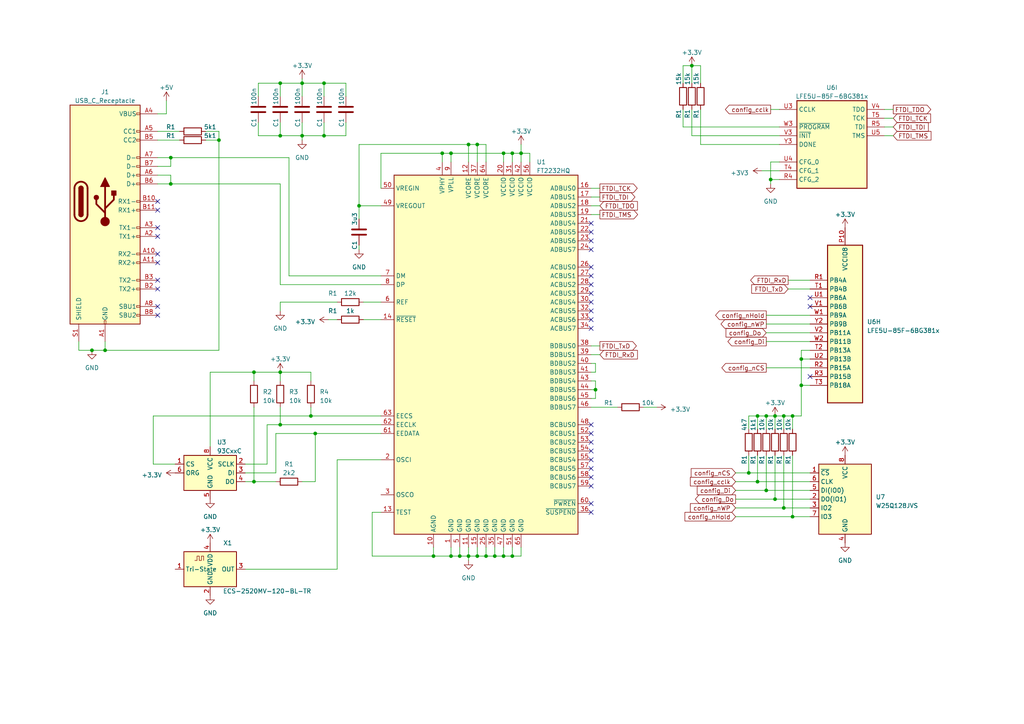
<source format=kicad_sch>
(kicad_sch (version 20230121) (generator eeschema)
  (paper "A4")
  (junction (at 172.72 113.03))
  (junction (at 146.05 44.45))
  (junction (at 73.66 139.7))
  (junction (at 146.05 161.29))
  (junction (at 138.43 161.29))
  (junction (at 104.14 59.69))
  (junction (at 49.53 45.72))
  (junction (at 224.79 144.78))
  (junction (at 81.28 107.95))
  (junction (at 229.87 120.65))
  (junction (at 222.25 120.65))
  (junction (at 81.28 39.37))
  (junction (at 133.35 161.29))
  (junction (at 219.71 120.65))
  (junction (at 232.41 111.76))
  (junction (at 200.66 19.05))
  (junction (at 219.71 139.7))
  (junction (at 227.33 147.32))
  (junction (at 130.81 44.45))
  (junction (at 30.48 101.6))
  (junction (at 93.98 39.37))
  (junction (at 222.25 142.24))
  (junction (at 81.28 24.13))
  (junction (at 148.59 161.29))
  (junction (at 128.27 44.45))
  (junction (at 90.17 120.65))
  (junction (at 143.51 161.29))
  (junction (at 73.66 107.95))
  (junction (at 135.89 161.29))
  (junction (at 217.17 137.16))
  (junction (at 87.63 39.37))
  (junction (at 87.63 24.13))
  (junction (at 93.98 24.13))
  (junction (at 151.13 44.45))
  (junction (at 125.73 161.29))
  (junction (at 229.87 149.86))
  (junction (at 49.53 53.34))
  (junction (at 135.89 41.91))
  (junction (at 232.41 104.14))
  (junction (at 223.52 52.07))
  (junction (at 138.43 41.91))
  (junction (at 227.33 120.65))
  (junction (at 148.59 44.45))
  (junction (at 81.28 123.19))
  (junction (at 224.79 120.65))
  (junction (at 130.81 161.29))
  (junction (at 26.67 101.6))
  (junction (at 63.5 40.64))
  (junction (at 91.44 125.73))
  (junction (at 140.97 161.29))
  (no_connect (at 45.72 91.44))
  (no_connect (at 171.45 130.81))
  (no_connect (at 171.45 92.71))
  (no_connect (at 171.45 87.63))
  (no_connect (at 171.45 95.25))
  (no_connect (at 171.45 67.31))
  (no_connect (at 171.45 135.89))
  (no_connect (at 171.45 128.27))
  (no_connect (at 45.72 73.66))
  (no_connect (at 171.45 69.85))
  (no_connect (at 45.72 66.04))
  (no_connect (at 45.72 88.9))
  (no_connect (at 234.95 86.36))
  (no_connect (at 234.95 88.9))
  (no_connect (at 171.45 90.17))
  (no_connect (at 171.45 125.73))
  (no_connect (at 171.45 138.43))
  (no_connect (at 45.72 58.42))
  (no_connect (at 45.72 60.96))
  (no_connect (at 45.72 76.2))
  (no_connect (at 171.45 64.77))
  (no_connect (at 171.45 146.05))
  (no_connect (at 171.45 148.59))
  (no_connect (at 171.45 140.97))
  (no_connect (at 171.45 80.01))
  (no_connect (at 45.72 83.82))
  (no_connect (at 171.45 82.55))
  (no_connect (at 45.72 68.58))
  (no_connect (at 171.45 133.35))
  (no_connect (at 234.95 109.22))
  (no_connect (at 45.72 81.28))
  (no_connect (at 171.45 72.39))
  (no_connect (at 171.45 77.47))
  (no_connect (at 171.45 123.19))
  (no_connect (at 171.45 85.09))
  (wire (pts (xy 128.27 46.99) (xy 128.27 44.45)))
  (wire (pts (xy 130.81 158.75) (xy 130.81 161.29)))
  (wire (pts (xy 229.87 120.65) (xy 232.41 120.65)))
  (wire (pts (xy 97.79 87.63) (xy 81.28 87.63)))
  (wire (pts (xy 232.41 120.65) (xy 232.41 111.76)))
  (wire (pts (xy 100.33 24.13) (xy 100.33 27.94)))
  (wire (pts (xy 73.66 118.11) (xy 73.66 139.7)))
  (wire (pts (xy 146.05 46.99) (xy 146.05 44.45)))
  (wire (pts (xy 45.72 50.8) (xy 49.53 50.8)))
  (wire (pts (xy 143.51 161.29) (xy 146.05 161.29)))
  (wire (pts (xy 71.12 165.1) (xy 97.79 165.1)))
  (wire (pts (xy 93.98 39.37) (xy 100.33 39.37)))
  (wire (pts (xy 104.14 59.69) (xy 104.14 63.5)))
  (wire (pts (xy 227.33 120.65) (xy 229.87 120.65)))
  (wire (pts (xy 110.49 59.69) (xy 104.14 59.69)))
  (wire (pts (xy 198.12 24.13) (xy 198.12 19.05)))
  (wire (pts (xy 100.33 35.56) (xy 100.33 39.37)))
  (wire (pts (xy 151.13 44.45) (xy 151.13 46.99)))
  (wire (pts (xy 198.12 31.75) (xy 198.12 36.83)))
  (wire (pts (xy 87.63 24.13) (xy 93.98 24.13)))
  (wire (pts (xy 171.45 57.15) (xy 173.99 57.15)))
  (wire (pts (xy 226.06 39.37) (xy 200.66 39.37)))
  (wire (pts (xy 148.59 161.29) (xy 151.13 161.29)))
  (wire (pts (xy 222.25 120.65) (xy 222.25 124.46)))
  (wire (pts (xy 74.93 27.94) (xy 74.93 24.13)))
  (wire (pts (xy 133.35 161.29) (xy 135.89 161.29)))
  (wire (pts (xy 81.28 123.19) (xy 77.47 123.19)))
  (wire (pts (xy 63.5 38.1) (xy 63.5 40.64)))
  (wire (pts (xy 130.81 44.45) (xy 146.05 44.45)))
  (wire (pts (xy 45.72 38.1) (xy 52.07 38.1)))
  (wire (pts (xy 45.72 45.72) (xy 49.53 45.72)))
  (wire (pts (xy 171.45 62.23) (xy 173.99 62.23)))
  (wire (pts (xy 49.53 53.34) (xy 81.28 53.34)))
  (wire (pts (xy 104.14 59.69) (xy 104.14 41.91)))
  (wire (pts (xy 87.63 22.86) (xy 87.63 24.13)))
  (wire (pts (xy 171.45 54.61) (xy 173.99 54.61)))
  (wire (pts (xy 63.5 101.6) (xy 30.48 101.6)))
  (wire (pts (xy 146.05 44.45) (xy 148.59 44.45)))
  (wire (pts (xy 93.98 24.13) (xy 100.33 24.13)))
  (wire (pts (xy 229.87 132.08) (xy 229.87 149.86)))
  (wire (pts (xy 148.59 158.75) (xy 148.59 161.29)))
  (wire (pts (xy 125.73 161.29) (xy 130.81 161.29)))
  (wire (pts (xy 203.2 19.05) (xy 203.2 24.13)))
  (wire (pts (xy 223.52 46.99) (xy 223.52 52.07)))
  (wire (pts (xy 148.59 44.45) (xy 151.13 44.45)))
  (wire (pts (xy 200.66 19.05) (xy 200.66 24.13)))
  (wire (pts (xy 234.95 101.6) (xy 232.41 101.6)))
  (wire (pts (xy 81.28 24.13) (xy 81.28 27.94)))
  (wire (pts (xy 213.36 142.24) (xy 222.25 142.24)))
  (wire (pts (xy 73.66 107.95) (xy 81.28 107.95)))
  (wire (pts (xy 138.43 46.99) (xy 138.43 41.91)))
  (wire (pts (xy 110.49 120.65) (xy 90.17 120.65)))
  (wire (pts (xy 256.54 31.75) (xy 259.08 31.75)))
  (wire (pts (xy 80.01 125.73) (xy 91.44 125.73)))
  (wire (pts (xy 171.45 110.49) (xy 172.72 110.49)))
  (wire (pts (xy 200.66 19.05) (xy 203.2 19.05)))
  (wire (pts (xy 138.43 161.29) (xy 140.97 161.29)))
  (wire (pts (xy 30.48 99.06) (xy 30.48 101.6)))
  (wire (pts (xy 213.36 149.86) (xy 229.87 149.86)))
  (wire (pts (xy 213.36 147.32) (xy 227.33 147.32)))
  (wire (pts (xy 93.98 24.13) (xy 93.98 27.94)))
  (wire (pts (xy 213.36 137.16) (xy 217.17 137.16)))
  (wire (pts (xy 22.86 99.06) (xy 22.86 101.6)))
  (wire (pts (xy 93.98 35.56) (xy 93.98 39.37)))
  (wire (pts (xy 217.17 124.46) (xy 217.17 120.65)))
  (wire (pts (xy 222.25 132.08) (xy 222.25 142.24)))
  (wire (pts (xy 130.81 44.45) (xy 130.81 46.99)))
  (wire (pts (xy 128.27 44.45) (xy 130.81 44.45)))
  (wire (pts (xy 223.52 31.75) (xy 226.06 31.75)))
  (wire (pts (xy 256.54 36.83) (xy 259.08 36.83)))
  (wire (pts (xy 232.41 111.76) (xy 234.95 111.76)))
  (wire (pts (xy 110.49 123.19) (xy 81.28 123.19)))
  (wire (pts (xy 63.5 40.64) (xy 63.5 101.6)))
  (wire (pts (xy 226.06 46.99) (xy 223.52 46.99)))
  (wire (pts (xy 73.66 139.7) (xy 80.01 139.7)))
  (wire (pts (xy 44.45 120.65) (xy 44.45 134.62)))
  (wire (pts (xy 224.79 120.65) (xy 224.79 124.46)))
  (wire (pts (xy 90.17 107.95) (xy 90.17 110.49)))
  (wire (pts (xy 135.89 158.75) (xy 135.89 161.29)))
  (wire (pts (xy 171.45 102.87) (xy 173.99 102.87)))
  (wire (pts (xy 171.45 100.33) (xy 173.99 100.33)))
  (wire (pts (xy 81.28 87.63) (xy 81.28 90.17)))
  (wire (pts (xy 203.2 41.91) (xy 226.06 41.91)))
  (wire (pts (xy 217.17 120.65) (xy 219.71 120.65)))
  (wire (pts (xy 227.33 120.65) (xy 227.33 124.46)))
  (wire (pts (xy 229.87 120.65) (xy 229.87 124.46)))
  (wire (pts (xy 87.63 139.7) (xy 91.44 139.7)))
  (wire (pts (xy 151.13 44.45) (xy 153.67 44.45)))
  (wire (pts (xy 80.01 137.16) (xy 80.01 125.73)))
  (wire (pts (xy 135.89 161.29) (xy 138.43 161.29)))
  (wire (pts (xy 110.49 54.61) (xy 110.49 44.45)))
  (wire (pts (xy 222.25 142.24) (xy 234.95 142.24)))
  (wire (pts (xy 171.45 105.41) (xy 172.72 105.41)))
  (wire (pts (xy 172.72 107.95) (xy 171.45 107.95)))
  (wire (pts (xy 219.71 120.65) (xy 222.25 120.65)))
  (wire (pts (xy 59.69 38.1) (xy 63.5 38.1)))
  (wire (pts (xy 217.17 132.08) (xy 217.17 137.16)))
  (wire (pts (xy 81.28 24.13) (xy 87.63 24.13)))
  (wire (pts (xy 104.14 71.12) (xy 104.14 72.39)))
  (wire (pts (xy 224.79 144.78) (xy 234.95 144.78)))
  (wire (pts (xy 81.28 118.11) (xy 81.28 123.19)))
  (wire (pts (xy 87.63 39.37) (xy 93.98 39.37)))
  (wire (pts (xy 110.49 148.59) (xy 107.95 148.59)))
  (wire (pts (xy 222.25 91.44) (xy 234.95 91.44)))
  (wire (pts (xy 71.12 137.16) (xy 80.01 137.16)))
  (wire (pts (xy 133.35 158.75) (xy 133.35 161.29)))
  (wire (pts (xy 224.79 120.65) (xy 227.33 120.65)))
  (wire (pts (xy 83.82 45.72) (xy 83.82 80.01)))
  (wire (pts (xy 172.72 105.41) (xy 172.72 107.95)))
  (wire (pts (xy 227.33 147.32) (xy 234.95 147.32)))
  (wire (pts (xy 130.81 161.29) (xy 133.35 161.29)))
  (wire (pts (xy 256.54 34.29) (xy 259.08 34.29)))
  (wire (pts (xy 59.69 40.64) (xy 63.5 40.64)))
  (wire (pts (xy 48.26 33.02) (xy 48.26 29.21)))
  (wire (pts (xy 138.43 41.91) (xy 135.89 41.91)))
  (wire (pts (xy 220.98 49.53) (xy 226.06 49.53)))
  (wire (pts (xy 26.67 101.6) (xy 30.48 101.6)))
  (wire (pts (xy 97.79 133.35) (xy 110.49 133.35)))
  (wire (pts (xy 172.72 110.49) (xy 172.72 113.03)))
  (wire (pts (xy 219.71 120.65) (xy 219.71 124.46)))
  (wire (pts (xy 97.79 165.1) (xy 97.79 133.35)))
  (wire (pts (xy 198.12 36.83) (xy 226.06 36.83)))
  (wire (pts (xy 146.05 158.75) (xy 146.05 161.29)))
  (wire (pts (xy 105.41 87.63) (xy 110.49 87.63)))
  (wire (pts (xy 105.41 92.71) (xy 110.49 92.71)))
  (wire (pts (xy 223.52 52.07) (xy 223.52 53.34)))
  (wire (pts (xy 198.12 19.05) (xy 200.66 19.05)))
  (wire (pts (xy 110.49 44.45) (xy 128.27 44.45)))
  (wire (pts (xy 219.71 132.08) (xy 219.71 139.7)))
  (wire (pts (xy 153.67 44.45) (xy 153.67 46.99)))
  (wire (pts (xy 203.2 31.75) (xy 203.2 41.91)))
  (wire (pts (xy 146.05 161.29) (xy 148.59 161.29)))
  (wire (pts (xy 74.93 24.13) (xy 81.28 24.13)))
  (wire (pts (xy 74.93 39.37) (xy 81.28 39.37)))
  (wire (pts (xy 73.66 110.49) (xy 73.66 107.95)))
  (wire (pts (xy 140.97 41.91) (xy 138.43 41.91)))
  (wire (pts (xy 172.72 113.03) (xy 172.72 115.57)))
  (wire (pts (xy 219.71 139.7) (xy 234.95 139.7)))
  (wire (pts (xy 81.28 35.56) (xy 81.28 39.37)))
  (wire (pts (xy 81.28 39.37) (xy 87.63 39.37)))
  (wire (pts (xy 87.63 24.13) (xy 87.63 27.94)))
  (wire (pts (xy 140.97 158.75) (xy 140.97 161.29)))
  (wire (pts (xy 232.41 104.14) (xy 234.95 104.14)))
  (wire (pts (xy 223.52 52.07) (xy 226.06 52.07)))
  (wire (pts (xy 44.45 134.62) (xy 50.8 134.62)))
  (wire (pts (xy 171.45 59.69) (xy 173.99 59.69)))
  (wire (pts (xy 217.17 137.16) (xy 234.95 137.16)))
  (wire (pts (xy 232.41 104.14) (xy 232.41 111.76)))
  (wire (pts (xy 77.47 123.19) (xy 77.47 134.62)))
  (wire (pts (xy 135.89 41.91) (xy 135.89 46.99)))
  (wire (pts (xy 110.49 82.55) (xy 81.28 82.55)))
  (wire (pts (xy 90.17 118.11) (xy 90.17 120.65)))
  (wire (pts (xy 45.72 33.02) (xy 48.26 33.02)))
  (wire (pts (xy 232.41 101.6) (xy 232.41 104.14)))
  (wire (pts (xy 49.53 45.72) (xy 83.82 45.72)))
  (wire (pts (xy 81.28 107.95) (xy 81.28 110.49)))
  (wire (pts (xy 107.95 161.29) (xy 125.73 161.29)))
  (wire (pts (xy 151.13 161.29) (xy 151.13 158.75)))
  (wire (pts (xy 222.25 93.98) (xy 234.95 93.98)))
  (wire (pts (xy 83.82 80.01) (xy 110.49 80.01)))
  (wire (pts (xy 81.28 107.95) (xy 90.17 107.95)))
  (wire (pts (xy 71.12 139.7) (xy 73.66 139.7)))
  (wire (pts (xy 45.72 48.26) (xy 49.53 48.26)))
  (wire (pts (xy 45.72 40.64) (xy 52.07 40.64)))
  (wire (pts (xy 87.63 39.37) (xy 87.63 40.64)))
  (wire (pts (xy 81.28 82.55) (xy 81.28 53.34)))
  (wire (pts (xy 171.45 113.03) (xy 172.72 113.03)))
  (wire (pts (xy 90.17 120.65) (xy 44.45 120.65)))
  (wire (pts (xy 148.59 44.45) (xy 148.59 46.99)))
  (wire (pts (xy 213.36 139.7) (xy 219.71 139.7)))
  (wire (pts (xy 229.87 149.86) (xy 234.95 149.86)))
  (wire (pts (xy 224.79 132.08) (xy 224.79 144.78)))
  (wire (pts (xy 125.73 158.75) (xy 125.73 161.29)))
  (wire (pts (xy 222.25 96.52) (xy 234.95 96.52)))
  (wire (pts (xy 213.36 144.78) (xy 224.79 144.78)))
  (wire (pts (xy 138.43 158.75) (xy 138.43 161.29)))
  (wire (pts (xy 222.25 120.65) (xy 224.79 120.65)))
  (wire (pts (xy 222.25 106.68) (xy 234.95 106.68)))
  (wire (pts (xy 228.6 83.82) (xy 234.95 83.82)))
  (wire (pts (xy 135.89 161.29) (xy 135.89 162.56)))
  (wire (pts (xy 77.47 134.62) (xy 71.12 134.62)))
  (wire (pts (xy 228.6 81.28) (xy 234.95 81.28)))
  (wire (pts (xy 74.93 35.56) (xy 74.93 39.37)))
  (wire (pts (xy 143.51 158.75) (xy 143.51 161.29)))
  (wire (pts (xy 222.25 99.06) (xy 234.95 99.06)))
  (wire (pts (xy 171.45 115.57) (xy 172.72 115.57)))
  (wire (pts (xy 49.53 45.72) (xy 49.53 48.26)))
  (wire (pts (xy 60.96 129.54) (xy 60.96 107.95)))
  (wire (pts (xy 140.97 161.29) (xy 143.51 161.29)))
  (wire (pts (xy 60.96 107.95) (xy 73.66 107.95)))
  (wire (pts (xy 186.69 118.11) (xy 190.5 118.11)))
  (wire (pts (xy 151.13 41.91) (xy 151.13 44.45)))
  (wire (pts (xy 95.25 92.71) (xy 97.79 92.71)))
  (wire (pts (xy 107.95 148.59) (xy 107.95 161.29)))
  (wire (pts (xy 171.45 118.11) (xy 179.07 118.11)))
  (wire (pts (xy 91.44 125.73) (xy 110.49 125.73)))
  (wire (pts (xy 22.86 101.6) (xy 26.67 101.6)))
  (wire (pts (xy 227.33 132.08) (xy 227.33 147.32)))
  (wire (pts (xy 104.14 41.91) (xy 135.89 41.91)))
  (wire (pts (xy 256.54 39.37) (xy 259.08 39.37)))
  (wire (pts (xy 140.97 46.99) (xy 140.97 41.91)))
  (wire (pts (xy 45.72 53.34) (xy 49.53 53.34)))
  (wire (pts (xy 91.44 139.7) (xy 91.44 125.73)))
  (wire (pts (xy 49.53 50.8) (xy 49.53 53.34)))
  (wire (pts (xy 200.66 31.75) (xy 200.66 39.37)))
  (wire (pts (xy 87.63 35.56) (xy 87.63 39.37)))
  (global_label "FTDI_TDO" (shape input) (at 173.99 59.69 0) (property "Intersheetrefs" "${INTERSHEET_REFS}" (effects hide)))
  (global_label "config_Di" (shape output) (at 222.25 99.06 180) (property "Intersheetrefs" "${INTERSHEET_REFS}" (effects hide)))
  (global_label "config_nWP" (shape input) (at 213.36 147.32 180) (property "Intersheetrefs" "${INTERSHEET_REFS}" (effects hide)))
  (global_label "FTDI_TCK" (shape input) (at 259.08 34.29 0) (property "Intersheetrefs" "${INTERSHEET_REFS}" (effects hide)))
  (global_label "FTDI_RxD" (shape output) (at 228.6 81.28 180) (property "Intersheetrefs" "${INTERSHEET_REFS}" (effects hide)))
  (global_label "config_Do" (shape input) (at 222.25 96.52 180) (property "Intersheetrefs" "${INTERSHEET_REFS}" (effects hide)))
  (global_label "FTDI_TxD" (shape input) (at 228.6 83.82 180) (property "Intersheetrefs" "${INTERSHEET_REFS}" (effects hide)))
  (global_label "config_cclk" (shape input) (at 213.36 139.7 180) (property "Intersheetrefs" "${INTERSHEET_REFS}" (effects hide)))
  (global_label "FTDI_TMS" (shape input) (at 259.08 39.37 0) (property "Intersheetrefs" "${INTERSHEET_REFS}" (effects hide)))
  (global_label "config_nCS" (shape input) (at 213.36 137.16 180) (property "Intersheetrefs" "${INTERSHEET_REFS}" (effects hide)))
  (global_label "config_cclk" (shape output) (at 223.52 31.75 180) (property "Intersheetrefs" "${INTERSHEET_REFS}" (effects hide)))
  (global_label "FTDI_RxD" (shape input) (at 173.99 102.87 0) (property "Intersheetrefs" "${INTERSHEET_REFS}" (effects hide)))
  (global_label "config_nCS" (shape output) (at 222.25 106.68 180) (property "Intersheetrefs" "${INTERSHEET_REFS}" (effects hide)))
  (global_label "FTDI_TDI" (shape output) (at 173.99 57.15 0) (property "Intersheetrefs" "${INTERSHEET_REFS}" (effects hide)))
  (global_label "config_nHold" (shape output) (at 222.25 91.44 180) (property "Intersheetrefs" "${INTERSHEET_REFS}" (effects hide)))
  (global_label "FTDI_TxD" (shape output) (at 173.99 100.33 0) (property "Intersheetrefs" "${INTERSHEET_REFS}" (effects hide)))
  (global_label "FTDI_TDI" (shape input) (at 259.08 36.83 0) (property "Intersheetrefs" "${INTERSHEET_REFS}" (effects hide)))
  (global_label "config_nWP" (shape output) (at 222.25 93.98 180) (property "Intersheetrefs" "${INTERSHEET_REFS}" (effects hide)))
  (global_label "FTDI_TDO" (shape output) (at 259.08 31.75 0) (property "Intersheetrefs" "${INTERSHEET_REFS}" (effects hide)))
  (global_label "FTDI_TMS" (shape output) (at 173.99 62.23 0) (property "Intersheetrefs" "${INTERSHEET_REFS}" (effects hide)))
  (global_label "config_nHold" (shape input) (at 213.36 149.86 180) (property "Intersheetrefs" "${INTERSHEET_REFS}" (effects hide)))
  (global_label "FTDI_TCK" (shape output) (at 173.99 54.61 0) (property "Intersheetrefs" "${INTERSHEET_REFS}" (effects hide)))
  (global_label "config_Do" (shape output) (at 213.36 144.78 180) (property "Intersheetrefs" "${INTERSHEET_REFS}" (effects hide)))
  (global_label "config_Di" (shape input) (at 213.36 142.24 180) (property "Intersheetrefs" "${INTERSHEET_REFS}" (effects hide)))
  (symbol (lib_id "power:+3.3V") (at 151.13 41.91 0) (unit 1)
    (property "Reference" "#PWR01" (effects hide))
    (property "Value" "+3.3V" (at 151.13 38.1 0))
    (instances (project "gecko5education" (path "" (reference "#PWR01") (unit 1)) (path "" (reference "#PWR014") (unit 1))))
  )
  (symbol (lib_id "Device:R") (at 219.71 128.27 180) (unit 1)
    (property "Reference" "R1" (at 218.44 133.35 90))
    (property "Value" "1k1" (at 218.44 123.19 90))
    (property "Footprint" "Resistor_SMD:R_0402_1005Metric" (effects hide))
    (instances (project "gecko5education" (path "" (reference "R1") (unit 1)) (path "" (reference "R22") (unit 1))))
  )
  (symbol (lib_id "Device:R") (at 73.66 114.3 0) (unit 1)
    (property "Reference" "R2" (at 76.2 113.665 0) (effects (justify left)))
    (property "Value" "10k" (at 76.2 116.205 0) (effects (justify left)))
    (property "Footprint" "Resistor_SMD:R_0402_1005Metric" (effects hide))
    (instances (project "gecko5education" (path "" (reference "R2") (unit 1)) (path "" (reference "R1") (unit 1))))
  )
  (symbol (lib_id "power:+5V") (at 48.26 29.21 0) (unit 1)
    (property "Reference" "#PWR06" (effects hide))
    (property "Value" "+5V" (at 48.26 25.4 0))
  )
  (symbol (lib_id "Device:R") (at 101.6 92.71 90) (unit 1)
    (property "Reference" "R1" (at 96.52 90.17 90))
    (property "Value" "1k" (at 101.6 90.17 90))
    (property "Footprint" "Resistor_SMD:R_0402_1005Metric" (effects hide))
    (instances (project "gecko5education" (path "" (reference "R1") (unit 1)) (path "" (reference "R6") (unit 1))))
  )
  (symbol (lib_id "Device:R") (at 81.28 114.3 0) (unit 1)
    (property "Reference" "R3" (at 83.82 113.665 0) (effects (justify left)))
    (property "Value" "10k" (at 83.82 116.205 0) (effects (justify left)))
    (property "Footprint" "Resistor_SMD:R_0402_1005Metric" (effects hide))
    (instances (project "gecko5education" (path "" (reference "R3") (unit 1)) (path "" (reference "R2") (unit 1))))
  )
  (symbol (lib_id "Device:C") (at 104.14 67.31 180) (unit 1)
    (property "Reference" "C1" (at 102.87 71.12 90))
    (property "Value" "3u3" (at 102.87 63.5 90))
    (property "Footprint" "Capacitor_SMD:C_0402_1005Metric" (effects hide))
    (instances (project "gecko5education" (path "" (reference "C1") (unit 1)) (path "" (reference "C9") (unit 1))))
  )
  (symbol (lib_id "Device:R") (at 227.33 128.27 180) (unit 1)
    (property "Reference" "R1" (at 226.06 133.35 90))
    (property "Value" "10k" (at 226.06 123.19 90))
    (property "Footprint" "Resistor_SMD:R_0402_1005Metric" (effects hide))
    (instances (project "gecko5education" (path "" (reference "R1") (unit 1)) (path "" (reference "R25") (unit 1))))
  )
  (symbol (lib_id "Device:R") (at 55.88 38.1 90) (unit 1)
    (property "Reference" "R1" (at 49.53 36.83 90))
    (property "Value" "5k1" (at 60.96 36.83 90))
    (property "Footprint" "Resistor_SMD:R_0402_1005Metric" (effects hide))
    (instances (project "gecko5education" (path "" (reference "R1") (unit 1)) (path "" (reference "R116") (unit 1))))
  )
  (symbol (lib_id "power:+3.3V") (at 224.79 120.65 0) (unit 1)
    (property "Reference" "#PWR01" (effects hide))
    (property "Value" "+3.3V" (at 224.79 116.84 0))
    (instances (project "gecko5education" (path "" (reference "#PWR01") (unit 1)) (path "" (reference "#PWR026") (unit 1))))
  )
  (symbol (lib_id "Device:C") (at 74.93 31.75 180) (unit 1)
    (property "Reference" "C1" (at 73.66 35.56 90))
    (property "Value" "100n" (at 73.66 27.94 90))
    (property "Footprint" "Capacitor_SMD:C_0402_1005Metric" (effects hide))
    (instances (project "gecko5education" (path "" (reference "C1") (unit 1)) (path "" (reference "C10") (unit 1))))
  )
  (symbol (lib_id "Device:R") (at 229.87 128.27 180) (unit 1)
    (property "Reference" "R1" (at 228.6 133.35 90))
    (property "Value" "10k" (at 228.6 123.19 90))
    (property "Footprint" "Resistor_SMD:R_0402_1005Metric" (effects hide))
    (instances (project "gecko5education" (path "" (reference "R1") (unit 1)) (path "" (reference "R26") (unit 1))))
  )
  (symbol (lib_id "power:+3V3") (at 220.98 49.53 90) (unit 1)
    (property "Reference" "#PWR021" (effects hide))
    (property "Value" "+3V3" (at 217.17 50.165 90) (effects (justify left)))
  )
  (symbol (lib_id "Device:R") (at 182.88 118.11 90) (unit 1)
    (property "Reference" "R1" (at 176.53 116.84 90))
    (property "Value" "10k" (at 187.96 116.84 90))
    (property "Footprint" "Resistor_SMD:R_0402_1005Metric" (effects hide))
    (instances (project "gecko5education" (path "" (reference "R1") (unit 1)) (path "" (reference "R27") (unit 1))))
  )
  (symbol (lib_id "FPGA_Lattice:LFE5U-85F-6BG381x") (at 245.11 93.98 0) (unit 8)
    (property "Reference" "U6" (at 251.46 93.345 0) (effects (justify left)))
    (property "Value" "LFE5U-85F-6BG381x" (at 251.46 95.885 0) (effects (justify left)))
    (property "Footprint" "Package_BGA:Lattice_caBGA-381_17.0x17.0mm_Layout20x20_P0.8mm_Ball0.4mm_Pad0.4mm_NSMD" (effects hide))
    (property "Datasheet" "https://www.latticesemi.com/view_document?document_id=50461" (effects hide))
  )
  (symbol (lib_id "power:+3.3V") (at 245.11 66.04 0) (unit 1)
    (property "Reference" "#PWR01" (effects hide))
    (property "Value" "+3.3V" (at 245.11 62.23 0))
    (instances (project "gecko5education" (path "" (reference "#PWR01") (unit 1)) (path "" (reference "#PWR023") (unit 1))))
  )
  (symbol (lib_id "Memory_Flash:W25Q128JVS") (at 245.11 144.78 0) (unit 1)
    (property "Reference" "U7" (at 254 144.145 0) (effects (justify left)))
    (property "Value" "W25Q128JVS" (at 254 146.685 0) (effects (justify left)))
    (property "Footprint" "Package_SO:SOIC-8_5.23x5.23mm_P1.27mm" (effects hide))
    (property "Datasheet" "http://www.winbond.com/resource-files/w25q128jv_dtr%20revc%2003272018%20plus.pdf" (effects hide))
  )
  (symbol (lib_id "Device:C") (at 81.28 31.75 180) (unit 1)
    (property "Reference" "C1" (at 80.01 35.56 90))
    (property "Value" "100n" (at 80.01 27.94 90))
    (property "Footprint" "Capacitor_SMD:C_0402_1005Metric" (effects hide))
    (instances (project "gecko5education" (path "" (reference "C1") (unit 1)) (path "" (reference "C11") (unit 1))))
  )
  (symbol (lib_id "power:+3.3V") (at 87.63 22.86 0) (unit 1)
    (property "Reference" "#PWR01" (effects hide))
    (property "Value" "+3.3V" (at 87.63 19.05 0))
    (instances (project "gecko5education" (path "" (reference "#PWR01") (unit 1)) (path "" (reference "#PWR027") (unit 1))))
  )
  (symbol (lib_id "Interface_USB:FT2232HQ") (at 140.97 102.87 0) (unit 1)
    (property "Reference" "U1" (at 155.6259 46.99 0) (effects (justify left)))
    (property "Value" "FT2232HQ" (at 155.6259 49.53 0) (effects (justify left)))
    (property "Footprint" "Package_DFN_QFN:QFN-64-1EP_9x9mm_P0.5mm_EP4.35x4.35mm" (effects hide))
    (property "Datasheet" "https://www.ftdichip.com/Support/Documents/DataSheets/ICs/DS_FT2232H.pdf" (effects hide))
    (instances (project "gecko5education" (path "" (reference "U1") (unit 1)) (path "" (reference "U2") (unit 1))))
  )
  (symbol (lib_id "power:GND") (at 60.96 144.78 0) (unit 1)
    (property "Reference" "#PWR03" (effects hide))
    (property "Value" "GND" (at 60.96 149.86 0))
    (instances (project "gecko5education" (path "" (reference "#PWR03") (unit 1)) (path "" (reference "#PWR02") (unit 1))))
  )
  (symbol (lib_id "power:GND") (at 81.28 90.17 0) (unit 1)
    (property "Reference" "#PWR03" (effects hide))
    (property "Value" "GND" (at 81.28 95.25 0))
    (instances (project "gecko5education" (path "" (reference "#PWR03") (unit 1)) (path "" (reference "#PWR013") (unit 1))))
  )
  (symbol (lib_id "power:+3.3V") (at 60.96 157.48 0) (unit 1)
    (property "Reference" "#PWR01" (effects hide))
    (property "Value" "+3.3V" (at 60.96 153.67 0))
    (instances (project "gecko5education" (path "" (reference "#PWR01") (unit 1)) (path "" (reference "#PWR017") (unit 1))))
  )
  (symbol (lib_id "power:GND") (at 245.11 157.48 0) (unit 1)
    (property "Reference" "#PWR04" (effects hide))
    (property "Value" "GND" (at 245.11 162.56 0))
    (instances (project "gecko5education" (path "" (reference "#PWR04") (unit 1)) (path "" (reference "#PWR025") (unit 1))))
  )
  (symbol (lib_id "Device:R") (at 217.17 128.27 180) (unit 1)
    (property "Reference" "R1" (at 215.9 133.35 90))
    (property "Value" "4k7" (at 215.9 123.19 90))
    (property "Footprint" "Resistor_SMD:R_0402_1005Metric" (effects hide))
    (instances (project "gecko5education" (path "" (reference "R1") (unit 1)) (path "" (reference "R21") (unit 1))))
  )
  (symbol (lib_id "Device:R") (at 200.66 27.94 180) (unit 1)
    (property "Reference" "R1" (at 199.39 33.02 90))
    (property "Value" "15k" (at 199.39 22.86 90))
    (property "Footprint" "Resistor_SMD:R_0402_1005Metric" (effects hide))
    (instances (project "gecko5education" (path "" (reference "R1") (unit 1)) (path "" (reference "R19") (unit 1))))
  )
  (symbol (lib_id "Connector:USB_C_Receptacle") (at 30.48 58.42 0) (unit 1)
    (property "Reference" "J1" (at 30.48 26.67 0))
    (property "Value" "USB_C_Receptacle" (at 30.48 29.21 0))
    (property "Footprint" "Connector_USB:USB_C_Receptacle_Molex_105450-0101" (effects hide))
    (property "Datasheet" "https://www.usb.org/sites/default/files/documents/usb_type-c.zip" (effects hide))
  )
  (symbol (lib_id "power:+3.3V") (at 81.28 107.95 0) (unit 1)
    (property "Reference" "#PWR01" (effects hide))
    (property "Value" "+3.3V" (at 81.28 104.14 0))
    (instances (project "gecko5education" (path "" (reference "#PWR01") (unit 1)) (path "" (reference "#PWR03") (unit 1))))
  )
  (symbol (lib_id "power:GND") (at 104.14 72.39 0) (unit 1)
    (property "Reference" "#PWR03" (effects hide))
    (property "Value" "GND" (at 104.14 77.47 0))
    (instances (project "gecko5education" (path "" (reference "#PWR03") (unit 1)) (path "" (reference "#PWR015") (unit 1))))
  )
  (symbol (lib_id "power:GND") (at 60.96 172.72 0) (unit 1)
    (property "Reference" "#PWR03" (effects hide))
    (property "Value" "GND" (at 60.96 177.8 0))
    (instances (project "gecko5education" (path "" (reference "#PWR03") (unit 1)) (path "" (reference "#PWR016") (unit 1))))
  )
  (symbol (lib_id "power:GND") (at 223.52 53.34 0) (unit 1)
    (property "Reference" "#PWR020" (effects hide))
    (property "Value" "GND" (at 223.52 58.42 0))
  )
  (symbol (lib_id "Memory_EEPROM:93CxxC") (at 60.96 137.16 0) (unit 1)
    (property "Reference" "U3" (at 62.9159 128.27 0) (effects (justify left)))
    (property "Value" "93CxxC" (at 62.9159 130.81 0) (effects (justify left)))
    (property "Footprint" "Package_SO:SOIC-8_3.9x4.9mm_P1.27mm" (effects hide))
    (property "Datasheet" "http://ww1.microchip.com/downloads/en/DeviceDoc/20001749K.pdf" (effects hide))
    (instances (project "gecko5education" (path "" (reference "U3") (unit 1)) (path "" (reference "U1") (unit 1))))
  )
  (symbol (lib_id "Device:C") (at 100.33 31.75 180) (unit 1)
    (property "Reference" "C1" (at 99.06 35.56 90))
    (property "Value" "100n" (at 99.06 27.94 90))
    (property "Footprint" "Capacitor_SMD:C_0402_1005Metric" (effects hide))
    (instances (project "gecko5education" (path "" (reference "C1") (unit 1)) (path "" (reference "C14") (unit 1))))
  )
  (symbol (lib_id "power:+3.3V") (at 245.11 132.08 0) (unit 1)
    (property "Reference" "#PWR01" (effects hide))
    (property "Value" "+3.3V" (at 245.11 128.27 0))
    (instances (project "gecko5education" (path "" (reference "#PWR01") (unit 1)) (path "" (reference "#PWR024") (unit 1))))
  )
  (symbol (lib_id "Device:R") (at 224.79 128.27 180) (unit 1)
    (property "Reference" "R1" (at 223.52 133.35 90))
    (property "Value" "10k" (at 223.52 123.19 90))
    (property "Footprint" "Resistor_SMD:R_0402_1005Metric" (effects hide))
    (instances (project "gecko5education" (path "" (reference "R1") (unit 1)) (path "" (reference "R24") (unit 1))))
  )
  (symbol (lib_id "Device:R") (at 83.82 139.7 90) (unit 1)
    (property "Reference" "R1" (at 83.82 134.62 90))
    (property "Value" "2k2" (at 83.82 137.16 90))
    (property "Footprint" "Resistor_SMD:R_0402_1005Metric" (effects hide))
    (instances (project "gecko5education" (path "" (reference "R1") (unit 1)) (path "" (reference "R3") (unit 1))))
  )
  (symbol (lib_id "power:GND") (at 135.89 162.56 0) (unit 1)
    (property "Reference" "#PWR04" (effects hide))
    (property "Value" "GND" (at 135.89 167.64 0))
  )
  (symbol (lib_id "power:GND") (at 87.63 40.64 0) (unit 1)
    (property "Reference" "#PWR03" (effects hide))
    (property "Value" "GND" (at 87.63 45.72 0))
    (instances (project "gecko5education" (path "" (reference "#PWR03") (unit 1)) (path "" (reference "#PWR028") (unit 1))))
  )
  (symbol (lib_id "power:GND") (at 26.67 101.6 0) (unit 1)
    (property "Reference" "#PWR03" (effects hide))
    (property "Value" "GND" (at 26.67 106.68 0))
    (instances (project "gecko5education" (path "" (reference "#PWR03") (unit 1)) (path "" (reference "#PWR05") (unit 1))))
  )
  (symbol (lib_id "FPGA_Lattice:LFE5U-85F-6BG381x") (at 241.3 41.91 0) (unit 9)
    (property "Reference" "U6" (at 241.3 25.4 0))
    (property "Value" "LFE5U-85F-6BG381x" (at 241.3 27.94 0))
    (property "Footprint" "Package_BGA:Lattice_caBGA-381_17.0x17.0mm_Layout20x20_P0.8mm_Ball0.4mm_Pad0.4mm_NSMD" (effects hide))
    (property "Datasheet" "https://www.latticesemi.com/view_document?document_id=50461" (effects hide))
  )
  (symbol (lib_id "Device:R") (at 101.6 87.63 90) (unit 1)
    (property "Reference" "R1" (at 96.52 85.09 90))
    (property "Value" "12k" (at 101.6 85.09 90))
    (property "Footprint" "Resistor_SMD:R_0402_1005Metric" (effects hide))
    (instances (project "gecko5education" (path "" (reference "R1") (unit 1)) (path "" (reference "R5") (unit 1))))
  )
  (symbol (lib_id "Device:R") (at 198.12 27.94 180) (unit 1)
    (property "Reference" "R1" (at 196.85 33.02 90))
    (property "Value" "15k" (at 196.85 22.86 90))
    (property "Footprint" "Resistor_SMD:R_0402_1005Metric" (effects hide))
    (instances (project "gecko5education" (path "" (reference "R1") (unit 1)) (path "" (reference "R18") (unit 1))))
  )
  (symbol (lib_id "power:+3.3V") (at 200.66 19.05 0) (unit 1)
    (property "Reference" "#PWR01" (effects hide))
    (property "Value" "+3.3V" (at 200.66 15.24 0))
    (instances (project "gecko5education" (path "" (reference "#PWR01") (unit 1)) (path "" (reference "#PWR022") (unit 1))))
  )
  (symbol (lib_id "Device:C") (at 93.98 31.75 180) (unit 1)
    (property "Reference" "C1" (at 92.71 35.56 90))
    (property "Value" "100n" (at 92.71 27.94 90))
    (property "Footprint" "Capacitor_SMD:C_0402_1005Metric" (effects hide))
    (instances (project "gecko5education" (path "" (reference "C1") (unit 1)) (path "" (reference "C13") (unit 1))))
  )
  (symbol (lib_id "power:+3.3V") (at 95.25 92.71 90) (unit 1)
    (property "Reference" "#PWR01" (effects hide))
    (property "Value" "+3.3V" (at 91.44 93.345 90) (effects (justify left)))
    (instances (project "gecko5education" (path "" (reference "#PWR01") (unit 1)) (path "" (reference "#PWR012") (unit 1))))
  )
  (symbol (lib_id "power:+3.3V") (at 190.5 118.11 270) (unit 1)
    (property "Reference" "#PWR01" (effects hide))
    (property "Value" "+3.3V" (at 194.31 118.745 90) (effects (justify left)))
    (instances (project "gecko5education" (path "" (reference "#PWR01") (unit 1)) (path "" (reference "#PWR034") (unit 1))))
  )
  (symbol (lib_id "Device:R") (at 90.17 114.3 0) (unit 1)
    (property "Reference" "R4" (at 92.71 113.665 0) (effects (justify left)))
    (property "Value" "10k" (at 92.71 116.205 0) (effects (justify left)))
    (property "Footprint" "Resistor_SMD:R_0402_1005Metric" (effects hide))
  )
  (symbol (lib_id "Device:C") (at 87.63 31.75 180) (unit 1)
    (property "Reference" "C1" (at 86.36 35.56 90))
    (property "Value" "100n" (at 86.36 27.94 90))
    (property "Footprint" "Capacitor_SMD:C_0402_1005Metric" (effects hide))
    (instances (project "gecko5education" (path "" (reference "C1") (unit 1)) (path "" (reference "C12") (unit 1))))
  )
  (symbol (lib_id "power:+3.3V") (at 50.8 137.16 90) (unit 1)
    (property "Reference" "#PWR02" (effects hide))
    (property "Value" "+3.3V" (at 46.99 137.795 90) (effects (justify left)))
    (instances (project "gecko5education" (path "" (reference "#PWR02") (unit 1)) (path "" (reference "#PWR01") (unit 1))))
  )
  (symbol (lib_id "Device:R") (at 55.88 40.64 90) (unit 1)
    (property "Reference" "R1" (at 49.53 39.37 90))
    (property "Value" "5k1" (at 60.96 39.37 90))
    (property "Footprint" "Resistor_SMD:R_0402_1005Metric" (effects hide))
    (instances (project "gecko5education" (path "" (reference "R1") (unit 1)) (path "" (reference "R117") (unit 1))))
  )
  (symbol (lib_id "Device:R") (at 222.25 128.27 180) (unit 1)
    (property "Reference" "R1" (at 220.98 133.35 90))
    (property "Value" "10k" (at 220.98 123.19 90))
    (property "Footprint" "Resistor_SMD:R_0402_1005Metric" (effects hide))
    (instances (project "gecko5education" (path "" (reference "R1") (unit 1)) (path "" (reference "R23") (unit 1))))
  )
  (symbol (lib_id "Device:R") (at 203.2 27.94 180) (unit 1)
    (property "Reference" "R1" (at 201.93 33.02 90))
    (property "Value" "15k" (at 201.93 22.86 90))
    (property "Footprint" "Resistor_SMD:R_0402_1005Metric" (effects hide))
    (instances (project "gecko5education" (path "" (reference "R1") (unit 1)) (path "" (reference "R20") (unit 1))))
  )
  (symbol (lib_id "Oscillator:ECS-2520MV-xxx-xx") (at 60.96 165.1 0) (unit 1)
    (property "Reference" "X1" (at 66.04 157.48 0))
    (property "Value" "ECS-2520MV-120-BL-TR" (at 77.47 171.45 0))
    (property "Footprint" "Oscillator:Oscillator_SMD_ECS_2520MV-xxx-xx-4Pin_2.5x2.0mm" (effects hide))
    (property "Datasheet" "https://www.ecsxtal.com/store/pdf/ECS-2520MV.pdf" (effects hide))
  )
)
</source>
